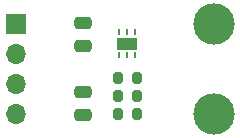
<source format=gbr>
%TF.GenerationSoftware,KiCad,Pcbnew,7.0.5*%
%TF.CreationDate,2023-06-08T09:16:16-06:00*%
%TF.ProjectId,VoltageRegulator,566f6c74-6167-4655-9265-67756c61746f,rev?*%
%TF.SameCoordinates,Original*%
%TF.FileFunction,Soldermask,Top*%
%TF.FilePolarity,Negative*%
%FSLAX46Y46*%
G04 Gerber Fmt 4.6, Leading zero omitted, Abs format (unit mm)*
G04 Created by KiCad (PCBNEW 7.0.5) date 2023-06-08 09:16:16*
%MOMM*%
%LPD*%
G01*
G04 APERTURE LIST*
G04 Aperture macros list*
%AMRoundRect*
0 Rectangle with rounded corners*
0 $1 Rounding radius*
0 $2 $3 $4 $5 $6 $7 $8 $9 X,Y pos of 4 corners*
0 Add a 4 corners polygon primitive as box body*
4,1,4,$2,$3,$4,$5,$6,$7,$8,$9,$2,$3,0*
0 Add four circle primitives for the rounded corners*
1,1,$1+$1,$2,$3*
1,1,$1+$1,$4,$5*
1,1,$1+$1,$6,$7*
1,1,$1+$1,$8,$9*
0 Add four rect primitives between the rounded corners*
20,1,$1+$1,$2,$3,$4,$5,0*
20,1,$1+$1,$4,$5,$6,$7,0*
20,1,$1+$1,$6,$7,$8,$9,0*
20,1,$1+$1,$8,$9,$2,$3,0*%
G04 Aperture macros list end*
%ADD10RoundRect,0.250000X-0.475000X0.250000X-0.475000X-0.250000X0.475000X-0.250000X0.475000X0.250000X0*%
%ADD11RoundRect,0.200000X0.200000X0.275000X-0.200000X0.275000X-0.200000X-0.275000X0.200000X-0.275000X0*%
%ADD12RoundRect,0.250000X0.475000X-0.250000X0.475000X0.250000X-0.475000X0.250000X-0.475000X-0.250000X0*%
%ADD13RoundRect,0.200000X-0.200000X-0.275000X0.200000X-0.275000X0.200000X0.275000X-0.200000X0.275000X0*%
%ADD14R,0.292473X0.556067*%
%ADD15R,1.699999X1.100000*%
%ADD16C,3.500000*%
%ADD17R,1.700000X1.700000*%
%ADD18O,1.700000X1.700000*%
G04 APERTURE END LIST*
D10*
%TO.C,C1*%
X137795000Y-94554000D03*
X137795000Y-96454000D03*
%TD*%
D11*
%TO.C,R2*%
X142367000Y-100711000D03*
X140717000Y-100711000D03*
%TD*%
D12*
%TO.C,C2*%
X137795000Y-102296000D03*
X137795000Y-100396000D03*
%TD*%
D13*
%TO.C,R3*%
X140717000Y-99187000D03*
X142367000Y-99187000D03*
%TD*%
D14*
%TO.C,U1*%
X140844000Y-97244032D03*
X141494001Y-97244032D03*
X142144002Y-97244032D03*
X142144002Y-95287968D03*
X141494001Y-95287968D03*
X140844000Y-95287968D03*
D15*
X141494001Y-96266000D03*
%TD*%
D16*
%TO.C,H1*%
X148844000Y-94615000D03*
%TD*%
D17*
%TO.C,J1*%
X132080000Y-94625000D03*
D18*
X132080000Y-97165000D03*
X132080000Y-99705000D03*
X132080000Y-102245000D03*
%TD*%
D16*
%TO.C,H2*%
X148844000Y-102235000D03*
%TD*%
D13*
%TO.C,R1*%
X140717000Y-102235000D03*
X142367000Y-102235000D03*
%TD*%
M02*

</source>
